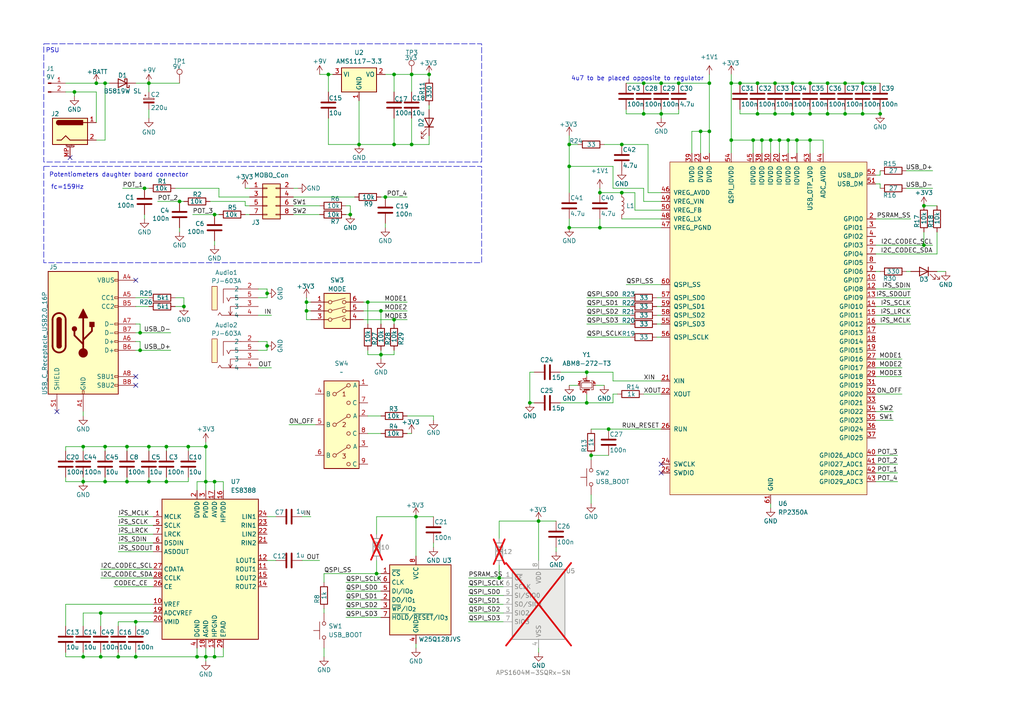
<source format=kicad_sch>
(kicad_sch (version 20250114) (generator "eeschema") (generator_version "9.0")
  (paper "A4")
  (rectangle (start 12.7 48.26) (end 139.7 76.2) (stroke (width 0) (type dash)))
  (rectangle (start 12.7 12.7) (end 139.7 46.99) (stroke (width 0) (type dash)))
  (text "4u7 to be placed opposite to regulator" (at 184.912 22.86 0) (effects (font (size 1.27 1.27))))
  (text "PSU" (at 15.24 14.732 0) (effects (font (size 1.27 1.27))))
  (text "fc=159Hz" (at 19.558 54.356 0) (effects (font (size 1.27 1.27))))
  (text "Potentiometers daughter board connector" (at 14.224 50.8 0) (effects (font (size 1.27 1.27)) (justify left)))
  (junction (at 59.69 139.7))
  (junction (at 88.9 90.17))
  (junction (at 245.11 33.02))
  (junction (at 62.23 190.5))
  (junction (at 245.11 24.13))
  (junction (at 101.6 62.23))
  (junction (at 224.79 33.02))
  (junction (at 54.61 129.54))
  (junction (at 212.09 40.64))
  (junction (at 24.13 139.7))
  (junction (at 111.76 57.15))
  (junction (at 43.18 129.54))
  (junction (at 39.37 190.5))
  (junction (at 48.26 129.54))
  (junction (at 229.87 33.02))
  (junction (at 43.18 24.13))
  (junction (at 114.3 41.91))
  (junction (at 223.52 40.64))
  (junction (at 48.26 139.7))
  (junction (at 165.1 66.04))
  (junction (at 234.95 40.64))
  (junction (at 226.06 40.64))
  (junction (at 77.47 100.33))
  (junction (at 27.94 24.13))
  (junction (at 119.38 21.59))
  (junction (at 62.23 139.7))
  (junction (at 41.91 54.61))
  (junction (at 224.79 24.13))
  (junction (at 250.19 33.02))
  (junction (at 95.25 21.59))
  (junction (at 36.83 129.54))
  (junction (at 173.99 55.88))
  (junction (at 196.85 24.13))
  (junction (at 170.18 116.84))
  (junction (at 267.97 71.12))
  (junction (at 205.74 24.13))
  (junction (at 36.83 139.7))
  (junction (at 110.49 90.17))
  (junction (at 24.13 129.54))
  (junction (at 180.34 41.91))
  (junction (at 29.21 190.5))
  (junction (at 156.21 151.13))
  (junction (at 43.18 139.7))
  (junction (at 165.1 48.26))
  (junction (at 214.63 24.13))
  (junction (at 231.14 40.64))
  (junction (at 124.46 21.59))
  (junction (at 234.95 33.02))
  (junction (at 57.15 190.5))
  (junction (at 144.78 167.64))
  (junction (at 88.9 87.63))
  (junction (at 110.49 102.87))
  (junction (at 173.99 66.04))
  (junction (at 30.48 129.54))
  (junction (at 229.87 24.13))
  (junction (at 186.69 24.13))
  (junction (at 171.45 132.08))
  (junction (at 228.6 40.64))
  (junction (at 104.14 41.91))
  (junction (at 240.03 33.02))
  (junction (at 219.71 33.02))
  (junction (at 62.23 62.23))
  (junction (at 176.53 124.46))
  (junction (at 39.37 180.34))
  (junction (at 186.69 33.02))
  (junction (at 234.95 24.13))
  (junction (at 59.69 129.54))
  (junction (at 59.69 190.5))
  (junction (at 220.98 40.64))
  (junction (at 52.07 58.42))
  (junction (at 205.74 38.1))
  (junction (at 180.34 55.88))
  (junction (at 40.64 101.6))
  (junction (at 170.18 107.95))
  (junction (at 255.27 33.02))
  (junction (at 30.48 139.7))
  (junction (at 114.3 92.71))
  (junction (at 120.65 149.86))
  (junction (at 24.13 190.5))
  (junction (at 53.34 88.9))
  (junction (at 191.77 24.13))
  (junction (at 30.48 24.13))
  (junction (at 212.09 24.13))
  (junction (at 114.3 21.59))
  (junction (at 21.59 26.67))
  (junction (at 34.29 190.5))
  (junction (at 240.03 24.13))
  (junction (at 29.21 177.8))
  (junction (at 106.68 87.63))
  (junction (at 191.77 33.02))
  (junction (at 77.47 85.09))
  (junction (at 165.1 41.91))
  (junction (at 40.64 96.52))
  (junction (at 109.22 166.37))
  (junction (at 218.44 40.64))
  (junction (at 203.2 38.1))
  (junction (at 250.19 24.13))
  (junction (at 153.67 116.84))
  (junction (at 119.38 41.91))
  (junction (at 267.97 59.69))
  (junction (at 219.71 24.13))
  (no_connect (at 20.32 45.72))
  (no_connect (at 191.77 137.16))
  (no_connect (at 191.77 134.62))
  (no_connect (at 16.51 119.38))
  (no_connect (at 39.37 109.22))
  (no_connect (at 39.37 81.28))
  (no_connect (at 39.37 111.76))
  (wire (pts (xy 29.21 165.1) (xy 44.45 165.1)))
  (wire (pts (xy 54.61 129.54) (xy 48.26 129.54)))
  (wire (pts (xy 214.63 33.02) (xy 219.71 33.02)))
  (wire (pts (xy 93.98 166.37) (xy 109.22 166.37)))
  (wire (pts (xy 24.13 129.54) (xy 24.13 130.81)))
  (wire (pts (xy 238.76 44.45) (xy 238.76 40.64)))
  (wire (pts (xy 124.46 21.59) (xy 119.38 21.59)))
  (wire (pts (xy 50.8 86.36) (xy 53.34 86.36)))
  (wire (pts (xy 43.18 26.67) (xy 43.18 24.13)))
  (wire (pts (xy 74.93 86.36) (xy 77.47 86.36)))
  (wire (pts (xy 165.1 63.5) (xy 165.1 66.04)))
  (wire (pts (xy 170.18 91.44) (xy 182.88 91.44)))
  (wire (pts (xy 177.8 114.3) (xy 177.8 116.84)))
  (wire (pts (xy 101.6 59.69) (xy 100.33 59.69)))
  (wire (pts (xy 39.37 24.13) (xy 43.18 24.13)))
  (wire (pts (xy 88.9 87.63) (xy 90.17 87.63)))
  (wire (pts (xy 19.05 190.5) (xy 24.13 190.5)))
  (wire (pts (xy 34.29 157.48) (xy 44.45 157.48)))
  (wire (pts (xy 34.29 154.94) (xy 44.45 154.94)))
  (wire (pts (xy 181.61 33.02) (xy 186.69 33.02)))
  (wire (pts (xy 254 53.34) (xy 255.27 53.34)))
  (wire (pts (xy 161.29 151.13) (xy 156.21 151.13)))
  (wire (pts (xy 109.22 149.86) (xy 120.65 149.86)))
  (wire (pts (xy 191.77 24.13) (xy 196.85 24.13)))
  (wire (pts (xy 224.79 33.02) (xy 224.79 31.75)))
  (wire (pts (xy 259.08 119.38) (xy 254 119.38)))
  (wire (pts (xy 177.8 48.26) (xy 165.1 48.26)))
  (wire (pts (xy 50.8 54.61) (xy 63.5 54.61)))
  (wire (pts (xy 205.74 38.1) (xy 205.74 44.45)))
  (wire (pts (xy 54.61 130.81) (xy 54.61 129.54)))
  (wire (pts (xy 36.83 129.54) (xy 36.83 130.81)))
  (wire (pts (xy 59.69 128.27) (xy 59.69 129.54)))
  (wire (pts (xy 172.72 111.76) (xy 175.26 111.76)))
  (wire (pts (xy 85.09 59.69) (xy 92.71 59.69)))
  (wire (pts (xy 214.63 24.13) (xy 219.71 24.13)))
  (wire (pts (xy 63.5 54.61) (xy 63.5 57.15)))
  (wire (pts (xy 54.61 138.43) (xy 54.61 139.7)))
  (wire (pts (xy 153.67 107.95) (xy 153.67 116.84)))
  (wire (pts (xy 219.71 33.02) (xy 224.79 33.02)))
  (wire (pts (xy 229.87 33.02) (xy 229.87 31.75)))
  (wire (pts (xy 53.34 58.42) (xy 52.07 58.42)))
  (wire (pts (xy 48.26 139.7) (xy 48.26 138.43)))
  (wire (pts (xy 223.52 40.64) (xy 223.52 44.45)))
  (wire (pts (xy 74.93 106.68) (xy 78.74 106.68)))
  (wire (pts (xy 74.93 91.44) (xy 78.74 91.44)))
  (wire (pts (xy 267.97 59.69) (xy 271.78 59.69)))
  (wire (pts (xy 144.78 151.13) (xy 144.78 156.21)))
  (wire (pts (xy 104.14 29.21) (xy 104.14 41.91)))
  (wire (pts (xy 101.6 59.69) (xy 101.6 62.23)))
  (wire (pts (xy 262.89 49.53) (xy 270.51 49.53)))
  (wire (pts (xy 262.89 54.61) (xy 270.51 54.61)))
  (wire (pts (xy 125.73 149.86) (xy 120.65 149.86)))
  (wire (pts (xy 177.8 114.3) (xy 179.07 114.3)))
  (wire (pts (xy 231.14 40.64) (xy 228.6 40.64)))
  (wire (pts (xy 110.49 90.17) (xy 118.11 90.17)))
  (wire (pts (xy 39.37 190.5) (xy 39.37 189.23)))
  (wire (pts (xy 104.14 41.91) (xy 114.3 41.91)))
  (wire (pts (xy 181.61 82.55) (xy 191.77 82.55)))
  (wire (pts (xy 59.69 139.7) (xy 59.69 142.24)))
  (wire (pts (xy 224.79 24.13) (xy 229.87 24.13)))
  (wire (pts (xy 24.13 190.5) (xy 29.21 190.5)))
  (wire (pts (xy 106.68 120.65) (xy 110.49 120.65)))
  (wire (pts (xy 109.22 166.37) (xy 110.49 166.37)))
  (wire (pts (xy 170.18 86.36) (xy 182.88 86.36)))
  (wire (pts (xy 109.22 149.86) (xy 109.22 154.94)))
  (wire (pts (xy 30.48 139.7) (xy 36.83 139.7)))
  (wire (pts (xy 114.3 101.6) (xy 114.3 102.87)))
  (wire (pts (xy 250.19 33.02) (xy 250.19 31.75)))
  (wire (pts (xy 43.18 24.13) (xy 52.07 24.13)))
  (wire (pts (xy 186.69 58.42) (xy 186.69 54.61)))
  (wire (pts (xy 267.97 67.31) (xy 267.97 71.12)))
  (wire (pts (xy 234.95 33.02) (xy 234.95 31.75)))
  (wire (pts (xy 191.77 33.02) (xy 186.69 33.02)))
  (wire (pts (xy 95.25 41.91) (xy 104.14 41.91)))
  (wire (pts (xy 95.25 34.29) (xy 95.25 41.91)))
  (wire (pts (xy 234.95 40.64) (xy 231.14 40.64)))
  (wire (pts (xy 219.71 33.02) (xy 219.71 31.75)))
  (wire (pts (xy 226.06 40.64) (xy 223.52 40.64)))
  (wire (pts (xy 19.05 190.5) (xy 19.05 189.23)))
  (wire (pts (xy 95.25 21.59) (xy 96.52 21.59)))
  (wire (pts (xy 34.29 180.34) (xy 39.37 180.34)))
  (wire (pts (xy 41.91 54.61) (xy 35.56 54.61)))
  (wire (pts (xy 77.47 101.6) (xy 77.47 100.33)))
  (wire (pts (xy 124.46 30.48) (xy 124.46 31.75)))
  (wire (pts (xy 57.15 139.7) (xy 59.69 139.7)))
  (wire (pts (xy 165.1 111.76) (xy 167.64 111.76)))
  (wire (pts (xy 254 109.22) (xy 261.62 109.22)))
  (wire (pts (xy 39.37 99.06) (xy 40.64 99.06)))
  (wire (pts (xy 59.69 187.96) (xy 59.69 190.5)))
  (wire (pts (xy 135.89 170.18) (xy 146.05 170.18)))
  (wire (pts (xy 240.03 33.02) (xy 240.03 31.75)))
  (wire (pts (xy 118.11 120.65) (xy 125.73 120.65)))
  (wire (pts (xy 176.53 124.46) (xy 191.77 124.46)))
  (wire (pts (xy 34.29 160.02) (xy 44.45 160.02)))
  (wire (pts (xy 153.67 107.95) (xy 154.94 107.95)))
  (wire (pts (xy 200.66 44.45) (xy 200.66 38.1)))
  (wire (pts (xy 245.11 33.02) (xy 250.19 33.02)))
  (wire (pts (xy 119.38 41.91) (xy 124.46 41.91)))
  (wire (pts (xy 264.16 78.74) (xy 262.89 78.74)))
  (wire (pts (xy 119.38 34.29) (xy 119.38 41.91)))
  (wire (pts (xy 62.23 71.12) (xy 62.23 69.85)))
  (wire (pts (xy 218.44 40.64) (xy 218.44 44.45)))
  (wire (pts (xy 125.73 157.48) (xy 125.73 158.75)))
  (wire (pts (xy 77.47 149.86) (xy 80.01 149.86)))
  (wire (pts (xy 43.18 138.43) (xy 43.18 139.7)))
  (wire (pts (xy 144.78 163.83) (xy 144.78 167.64)))
  (wire (pts (xy 114.3 102.87) (xy 110.49 102.87)))
  (wire (pts (xy 271.78 73.66) (xy 271.78 67.31)))
  (wire (pts (xy 39.37 93.98) (xy 40.64 93.98)))
  (wire (pts (xy 165.1 48.26) (xy 165.1 55.88)))
  (wire (pts (xy 29.21 190.5) (xy 34.29 190.5)))
  (wire (pts (xy 100.33 176.53) (xy 110.49 176.53)))
  (wire (pts (xy 190.5 86.36) (xy 191.77 86.36)))
  (wire (pts (xy 156.21 151.13) (xy 156.21 162.56)))
  (wire (pts (xy 34.29 181.61) (xy 34.29 180.34)))
  (wire (pts (xy 254 137.16) (xy 260.35 137.16)))
  (wire (pts (xy 234.95 24.13) (xy 240.03 24.13)))
  (wire (pts (xy 255.27 53.34) (xy 255.27 54.61)))
  (wire (pts (xy 48.26 129.54) (xy 48.26 130.81)))
  (wire (pts (xy 39.37 86.36) (xy 43.18 86.36)))
  (wire (pts (xy 180.34 55.88) (xy 184.15 55.88)))
  (wire (pts (xy 43.18 31.75) (xy 43.18 34.29)))
  (wire (pts (xy 205.74 38.1) (xy 205.74 24.13)))
  (wire (pts (xy 71.12 59.69) (xy 72.39 59.69)))
  (wire (pts (xy 43.18 54.61) (xy 41.91 54.61)))
  (wire (pts (xy 88.9 90.17) (xy 90.17 90.17)))
  (wire (pts (xy 93.98 176.53) (xy 93.98 177.8)))
  (wire (pts (xy 177.8 110.49) (xy 177.8 107.95)))
  (wire (pts (xy 184.15 60.96) (xy 184.15 55.88)))
  (wire (pts (xy 120.65 149.86) (xy 120.65 161.29)))
  (wire (pts (xy 88.9 92.71) (xy 90.17 92.71)))
  (wire (pts (xy 212.09 21.59) (xy 212.09 24.13)))
  (wire (pts (xy 170.18 97.79) (xy 182.88 97.79)))
  (wire (pts (xy 267.97 71.12) (xy 270.51 71.12)))
  (wire (pts (xy 29.21 190.5) (xy 29.21 189.23)))
  (wire (pts (xy 59.69 190.5) (xy 62.23 190.5)))
  (wire (pts (xy 186.69 24.13) (xy 191.77 24.13)))
  (wire (pts (xy 170.18 116.84) (xy 177.8 116.84)))
  (wire (pts (xy 196.85 33.02) (xy 191.77 33.02)))
  (wire (pts (xy 64.77 139.7) (xy 62.23 139.7)))
  (wire (pts (xy 106.68 87.63) (xy 106.68 93.98)))
  (wire (pts (xy 63.5 57.15) (xy 72.39 57.15)))
  (wire (pts (xy 24.13 139.7) (xy 30.48 139.7)))
  (wire (pts (xy 62.23 187.96) (xy 62.23 190.5)))
  (wire (pts (xy 114.3 34.29) (xy 114.3 41.91)))
  (wire (pts (xy 200.66 38.1) (xy 203.2 38.1)))
  (wire (pts (xy 203.2 38.1) (xy 205.74 38.1)))
  (wire (pts (xy 111.76 21.59) (xy 114.3 21.59)))
  (wire (pts (xy 39.37 180.34) (xy 44.45 180.34)))
  (wire (pts (xy 191.77 31.75) (xy 191.77 33.02)))
  (wire (pts (xy 124.46 41.91) (xy 124.46 39.37)))
  (wire (pts (xy 254 50.8) (xy 255.27 50.8)))
  (wire (pts (xy 196.85 31.75) (xy 196.85 33.02)))
  (wire (pts (xy 57.15 142.24) (xy 57.15 139.7)))
  (wire (pts (xy 175.26 41.91) (xy 180.34 41.91)))
  (wire (pts (xy 27.94 24.13) (xy 30.48 24.13)))
  (wire (pts (xy 234.95 40.64) (xy 234.95 44.45)))
  (wire (pts (xy 254 132.08) (xy 260.35 132.08)))
  (wire (pts (xy 186.69 114.3) (xy 191.77 114.3)))
  (wire (pts (xy 19.05 138.43) (xy 19.05 139.7)))
  (wire (pts (xy 74.93 99.06) (xy 77.47 99.06)))
  (wire (pts (xy 77.47 99.06) (xy 77.47 100.33)))
  (wire (pts (xy 254 139.7) (xy 260.35 139.7)))
  (wire (pts (xy 190.5 97.79) (xy 191.77 97.79)))
  (wire (pts (xy 39.37 88.9) (xy 43.18 88.9)))
  (wire (pts (xy 114.3 92.71) (xy 114.3 93.98)))
  (wire (pts (xy 59.69 129.54) (xy 54.61 129.54)))
  (wire (pts (xy 24.13 177.8) (xy 29.21 177.8)))
  (wire (pts (xy 181.61 31.75) (xy 181.61 33.02)))
  (wire (pts (xy 177.8 107.95) (xy 170.18 107.95)))
  (wire (pts (xy 100.33 168.91) (xy 110.49 168.91)))
  (wire (pts (xy 240.03 33.02) (xy 245.11 33.02)))
  (wire (pts (xy 41.91 63.5) (xy 41.91 62.23)))
  (wire (pts (xy 135.89 175.26) (xy 146.05 175.26)))
  (wire (pts (xy 111.76 57.15) (xy 118.11 57.15)))
  (wire (pts (xy 85.09 57.15) (xy 102.87 57.15)))
  (wire (pts (xy 24.13 139.7) (xy 24.13 138.43)))
  (wire (pts (xy 119.38 21.59) (xy 119.38 26.67)))
  (wire (pts (xy 62.23 139.7) (xy 59.69 139.7)))
  (wire (pts (xy 19.05 175.26) (xy 44.45 175.26)))
  (wire (pts (xy 124.46 22.86) (xy 124.46 21.59)))
  (wire (pts (xy 71.12 62.23) (xy 72.39 62.23)))
  (wire (pts (xy 181.61 24.13) (xy 186.69 24.13)))
  (wire (pts (xy 229.87 33.02) (xy 234.95 33.02)))
  (wire (pts (xy 100.33 179.07) (xy 110.49 179.07)))
  (wire (pts (xy 100.33 171.45) (xy 110.49 171.45)))
  (wire (pts (xy 173.99 55.88) (xy 180.34 55.88)))
  (wire (pts (xy 187.96 41.91) (xy 180.34 41.91)))
  (wire (pts (xy 62.23 190.5) (xy 64.77 190.5)))
  (wire (pts (xy 110.49 93.98) (xy 110.49 90.17)))
  (wire (pts (xy 255.27 78.74) (xy 254 78.74)))
  (wire (pts (xy 165.1 66.04) (xy 173.99 66.04)))
  (wire (pts (xy 110.49 102.87) (xy 110.49 104.14)))
  (wire (pts (xy 261.62 114.3) (xy 254 114.3)))
  (wire (pts (xy 114.3 21.59) (xy 119.38 21.59)))
  (wire (pts (xy 114.3 41.91) (xy 119.38 41.91)))
  (wire (pts (xy 29.21 167.64) (xy 44.45 167.64)))
  (wire (pts (xy 245.11 24.13) (xy 250.19 24.13)))
  (wire (pts (xy 219.71 24.13) (xy 224.79 24.13)))
  (wire (pts (xy 77.47 83.82) (xy 77.47 85.09)))
  (wire (pts (xy 171.45 132.08) (xy 171.45 133.35)))
  (wire (pts (xy 177.8 110.49) (xy 191.77 110.49)))
  (wire (pts (xy 254 71.12) (xy 267.97 71.12)))
  (wire (pts (xy 144.78 151.13) (xy 156.21 151.13)))
  (wire (pts (xy 36.83 139.7) (xy 43.18 139.7)))
  (wire (pts (xy 34.29 190.5) (xy 34.29 189.23)))
  (wire (pts (xy 191.77 60.96) (xy 184.15 60.96)))
  (wire (pts (xy 255.27 49.53) (xy 255.27 50.8)))
  (wire (pts (xy 170.18 114.3) (xy 170.18 116.84)))
  (wire (pts (xy 43.18 129.54) (xy 43.18 130.81)))
  (wire (pts (xy 212.09 40.64) (xy 212.09 24.13)))
  (wire (pts (xy 71.12 54.61) (xy 72.39 54.61)))
  (wire (pts (xy 80.01 162.56) (xy 77.47 162.56)))
  (wire (pts (xy 50.8 88.9) (xy 53.34 88.9)))
  (wire (pts (xy 162.56 107.95) (xy 170.18 107.95)))
  (wire (pts (xy 135.89 177.8) (xy 146.05 177.8)))
  (wire (pts (xy 173.99 63.5) (xy 173.99 66.04)))
  (wire (pts (xy 19.05 26.67) (xy 21.59 26.67)))
  (wire (pts (xy 109.22 162.56) (xy 109.22 166.37)))
  (wire (pts (xy 34.29 149.86) (xy 44.45 149.86)))
  (wire (pts (xy 254 106.68) (xy 261.62 106.68)))
  (wire (pts (xy 191.77 55.88) (xy 187.96 55.88)))
  (wire (pts (xy 33.02 170.18) (xy 44.45 170.18)))
  (wire (pts (xy 27.94 26.67) (xy 21.59 26.67)))
  (wire (pts (xy 173.99 54.61) (xy 173.99 55.88)))
  (wire (pts (xy 36.83 139.7) (xy 36.83 138.43)))
  (wire (pts (xy 34.29 190.5) (xy 39.37 190.5)))
  (wire (pts (xy 226.06 40.64) (xy 226.06 44.45)))
  (wire (pts (xy 264.16 86.36) (xy 254 86.36)))
  (wire (pts (xy 34.29 152.4) (xy 44.45 152.4)))
  (wire (pts (xy 114.3 92.71) (xy 118.11 92.71)))
  (wire (pts (xy 19.05 130.81) (xy 19.05 129.54)))
  (wire (pts (xy 135.89 167.64) (xy 144.78 167.64)))
  (wire (pts (xy 19.05 129.54) (xy 24.13 129.54)))
  (wire (pts (xy 264.16 88.9) (xy 254 88.9)))
  (wire (pts (xy 190.5 88.9) (xy 191.77 88.9)))
  (wire (pts (xy 83.82 123.19) (xy 91.44 123.19)))
  (wire (pts (xy 106.68 125.73) (xy 110.49 125.73)))
  (wire (pts (xy 180.34 63.5) (xy 191.77 63.5)))
  (wire (pts (xy 105.41 92.71) (xy 114.3 92.71)))
  (wire (pts (xy 59.69 190.5) (xy 59.69 191.77)))
  (wire (pts (xy 135.89 180.34) (xy 146.05 180.34)))
  (wire (pts (xy 153.67 116.84) (xy 154.94 116.84)))
  (wire (pts (xy 234.95 33.02) (xy 240.03 33.02)))
  (wire (pts (xy 27.94 40.64) (xy 30.48 40.64)))
  (wire (pts (xy 205.74 24.13) (xy 205.74 21.59)))
  (wire (pts (xy 88.9 86.36) (xy 88.9 87.63)))
  (wire (pts (xy 220.98 40.64) (xy 220.98 44.45)))
  (wire (pts (xy 27.94 24.13) (xy 19.05 24.13)))
  (wire (pts (xy 30.48 129.54) (xy 30.48 130.81)))
  (wire (pts (xy 93.98 166.37) (xy 93.98 168.91)))
  (wire (pts (xy 165.1 39.37) (xy 165.1 41.91)))
  (wire (pts (xy 264.16 63.5) (xy 254 63.5)))
  (wire (pts (xy 156.21 189.23) (xy 156.21 187.96)))
  (wire (pts (xy 191.77 33.02) (xy 191.77 34.29)))
  (wire (pts (xy 105.41 87.63) (xy 106.68 87.63)))
  (wire (pts (xy 63.5 62.23) (xy 62.23 62.23)))
  (wire (pts (xy 245.11 33.02) (xy 245.11 31.75)))
  (wire (pts (xy 106.68 102.87) (xy 110.49 102.87)))
  (wire (pts (xy 71.12 58.42) (xy 71.12 59.69)))
  (wire (pts (xy 111.76 66.04) (xy 111.76 64.77)))
  (wire (pts (xy 39.37 96.52) (xy 40.64 96.52)))
  (wire (pts (xy 223.52 40.64) (xy 220.98 40.64)))
  (wire (pts (xy 229.87 24.13) (xy 234.95 24.13)))
  (wire (pts (xy 54.61 139.7) (xy 48.26 139.7)))
  (wire (pts (xy 74.93 101.6) (xy 77.47 101.6)))
  (wire (pts (xy 114.3 21.59) (xy 114.3 26.67)))
  (wire (pts (xy 43.18 139.7) (xy 48.26 139.7)))
  (wire (pts (xy 74.93 83.82) (xy 77.47 83.82)))
  (wire (pts (xy 85.09 62.23) (xy 92.71 62.23)))
  (wire (pts (xy 106.68 87.63) (xy 118.11 87.63)))
  (wire (pts (xy 190.5 91.44) (xy 191.77 91.44)))
  (wire (pts (xy 228.6 40.64) (xy 226.06 40.64)))
  (wire (pts (xy 212.09 44.45) (xy 212.09 40.64)))
  (wire (pts (xy 64.77 187.96) (xy 64.77 190.5)))
  (wire (pts (xy 228.6 40.64) (xy 228.6 44.45)))
  (wire (pts (xy 52.07 67.31) (xy 52.07 66.04)))
  (wire (pts (xy 57.15 190.5) (xy 59.69 190.5)))
  (wire (pts (xy 36.83 129.54) (xy 43.18 129.54)))
  (wire (pts (xy 43.18 129.54) (xy 48.26 129.54)))
  (wire (pts (xy 52.07 58.42) (xy 45.72 58.42)))
  (wire (pts (xy 250.19 24.13) (xy 255.27 24.13)))
  (wire (pts (xy 170.18 93.98) (xy 182.88 93.98)))
  (wire (pts (xy 255.27 33.02) (xy 255.27 31.75)))
  (wire (pts (xy 171.45 143.51) (xy 171.45 146.05)))
  (wire (pts (xy 120.65 186.69) (xy 120.65 187.96)))
  (wire (pts (xy 170.18 107.95) (xy 170.18 109.22)))
  (wire (pts (xy 24.13 119.38) (xy 24.13 120.65)))
  (wire (pts (xy 196.85 24.13) (xy 205.74 24.13)))
  (wire (pts (xy 224.79 33.02) (xy 229.87 33.02)))
  (wire (pts (xy 186.69 54.61) (xy 177.8 54.61)))
  (wire (pts (xy 19.05 181.61) (xy 19.05 175.26)))
  (wire (pts (xy 223.52 146.05) (xy 223.52 147.32)))
  (wire (pts (xy 110.49 101.6) (xy 110.49 102.87)))
  (wire (pts (xy 170.18 88.9) (xy 182.88 88.9)))
  (wire (pts (xy 30.48 138.43) (xy 30.48 139.7)))
  (wire (pts (xy 19.05 139.7) (xy 24.13 139.7)))
  (wire (pts (xy 254 104.14) (xy 261.62 104.14)))
  (wire (pts (xy 87.63 162.56) (xy 92.71 162.56)))
  (wire (pts (xy 64.77 142.24) (xy 64.77 139.7)))
  (wire (pts (xy 24.13 190.5) (xy 24.13 189.23)))
  (wire (pts (xy 191.77 58.42) (xy 186.69 58.42)))
  (wire (pts (xy 177.8 54.61) (xy 177.8 48.26)))
  (wire (pts (xy 85.09 54.61) (xy 86.36 54.61)))
  (wire (pts (xy 62.23 139.7) (xy 62.23 142.24)))
  (wire (pts (xy 59.69 129.54) (xy 59.69 139.7)))
  (wire (pts (xy 214.63 33.02) (xy 214.63 31.75)))
  (wire (pts (xy 238.76 40.64) (xy 234.95 40.64)))
  (wire (pts (xy 30.48 24.13) (xy 31.75 24.13)))
  (wire (pts (xy 135.89 172.72) (xy 146.05 172.72)))
  (wire (pts (xy 165.1 41.91) (xy 165.1 48.26)))
  (wire (pts (xy 92.71 21.59) (xy 95.25 21.59)))
  (wire (pts (xy 218.44 40.64) (xy 212.09 40.64)))
  (wire (pts (xy 106.68 101.6) (xy 106.68 102.87)))
  (wire (pts (xy 254 73.66) (xy 271.78 73.66)))
  (wire (pts (xy 39.37 180.34) (xy 39.37 181.61)))
  (wire (pts (xy 161.29 158.75) (xy 161.29 160.02)))
  (wire (pts (xy 259.08 121.92) (xy 254 121.92)))
  (wire (pts (xy 101.6 62.23) (xy 100.33 62.23)))
  (wire (pts (xy 105.41 90.17) (xy 110.49 90.17)))
  (wire (pts (xy 39.37 190.5) (xy 57.15 190.5)))
  (wire (pts (xy 212.09 24.13) (xy 214.63 24.13)))
  (wire (pts (xy 190.5 93.98) (xy 191.77 93.98)))
  (wire (pts (xy 24.13 181.61) (xy 24.13 177.8)))
  (wire (pts (xy 60.96 58.42) (xy 71.12 58.42)))
  (wire (pts (xy 95.25 21.59) (xy 95.25 26.67)))
  (wire (pts (xy 39.37 101.6) (xy 40.64 101.6)))
  (wire (pts (xy 118.11 125.73) (xy 119.38 125.73)))
  (wire (pts (xy 110.49 57.15) (xy 111.76 57.15)))
  (wire (pts (xy 250.19 33.02) (xy 255.27 33.02)))
  (wire (pts (xy 165.1 41.91) (xy 167.64 41.91)))
  (wire (pts (xy 40.64 96.52) (xy 49.53 96.52)))
  (wire (pts (xy 240.03 24.13) (xy 245.11 24.13)))
  (wire (pts (xy 57.15 190.5) (xy 57.15 187.96)))
  (wire (pts (xy 220.98 40.64) (xy 218.44 40.64)))
  (wire (pts (xy 88.9 90.17) (xy 88.9 92.71)))
  (wire (pts (xy 171.45 124.46) (xy 176.53 124.46)))
  (wire (pts (xy 30.48 129.54) (xy 36.83 129.54)))
  (wire (pts (xy 100.33 173.99) (xy 110.49 173.99)))
  (wire (pts (xy 187.96 55.88) (xy 187.96 41.91)))
  (wire (pts (xy 27.94 35.56) (xy 27.94 26.67)))
  (wire (pts (xy 264.16 83.82) (xy 254 83.82)))
  (wire (pts (xy 254 134.62) (xy 260.35 134.62)))
  (wire (pts (xy 186.69 33.02) (xy 186.69 31.75)))
  (wire (pts (xy 53.34 86.36) (xy 53.34 88.9)))
  (wire (pts (xy 77.47 86.36) (xy 77.47 85.09)))
  (wire (pts (xy 264.16 91.44) (xy 254 91.44)))
  (wire (pts (xy 29.21 177.8) (xy 44.45 177.8)))
  (wire (pts (xy 173.99 66.04) (xy 191.77 66.04)))
  (wire (pts (xy 203.2 38.1) (xy 203.2 44.45)))
  (wire (pts (xy 88.9 87.63) (xy 88.9 90.17)))
  (wire (pts (xy 40.64 99.06) (xy 40.64 101.6)))
  (wire (pts (xy 93.98 187.96) (xy 93.98 190.5)))
  (wire (pts (xy 125.73 120.65) (xy 125.73 121.92)))
  (wire (pts (xy 231.14 40.64) (xy 231.14 44.45)))
  (wire (pts (xy 24.13 129.54) (xy 30.48 129.54)))
  (wire (pts (xy 274.32 78.74) (xy 271.78 78.74)))
  (wire (pts (xy 62.23 62.23) (xy 55.88 62.23)))
  (wire (pts (xy 162.56 116.84) (xy 170.18 116.84)))
  (wire (pts (xy 144.78 167.64) (xy 146.05 167.64)))
  (wire (pts (xy 30.48 24.13) (xy 30.48 40.64)))
  (wire (pts (xy 176.53 132.08) (xy 171.45 132.08)))
  (wire (pts (xy 40.64 101.6) (xy 49.53 101.6)))
  (wire (pts (xy 29.21 177.8) (xy 29.21 181.61)))
  (wire (pts (xy 21.59 26.67) (xy 21.59 27.94)))
  (wire (pts (xy 264.16 93.98) (xy 254 93.98)))
  (wire (pts (xy 40.64 93.98) (xy 40.64 96.52)))
  (wire (pts (xy 87.63 149.86) (xy 90.17 149.86)))
  (label "QSPI_SD0" (at 170.18 86.36 0))
  (label "MODE3" (at 118.11 92.71 180))
  (label "QSPI_SD3" (at 135.89 180.34 0))
  (label "MODE2" (at 118.11 90.17 180))
  (label "I^{2}S_SCLK" (at 34.29 152.4 0))
  (label "RUN_RESET" (at 180.34 124.46 0))
  (label "POT_3" (at 55.88 62.23 0))
  (label "QSPI_SCLK" (at 100.33 168.91 0))
  (label "I^{2}S_SDIN" (at 34.29 157.48 0))
  (label "PSRAM_SS" (at 135.89 167.64 0))
  (label "QSPI_SS" (at 181.61 82.55 0))
  (label "ON_OFF" (at 83.82 123.19 0))
  (label "QSPI_SD1" (at 170.18 88.9 0))
  (label "CODEC_CE" (at 33.02 170.18 0))
  (label "SW2" (at 259.08 119.38 180))
  (label "POT_1" (at 260.35 137.16 180))
  (label "POT_4" (at 260.35 139.7 180))
  (label "OUT" (at 78.74 106.68 180))
  (label "QSPI_SD2" (at 100.33 176.53 0))
  (label "IN" (at 90.17 149.86 180))
  (label "I2C_CODEC_SCL" (at 270.51 71.12 180))
  (label "MODE2" (at 261.62 106.68 180))
  (label "I^{2}S_SDOUT" (at 34.29 160.02 0))
  (label "XIN" (at 186.69 110.49 0))
  (label "I^{2}S_SDOUT" (at 264.16 86.36 180))
  (label "I^{2}S_SDIN" (at 264.16 83.82 180))
  (label "I^{2}S_MCLK" (at 264.16 93.98 180))
  (label "XOUT" (at 186.69 114.3 0))
  (label "I^{2}S_LRCK" (at 264.16 91.44 180))
  (label "OUT" (at 92.71 162.56 180))
  (label "SW1" (at 88.9 59.69 180))
  (label "POT_2" (at 260.35 134.62 180))
  (label "QSPI_SCLK" (at 135.89 170.18 0))
  (label "POT_1" (at 35.56 54.61 0))
  (label "QSPI_SD3" (at 170.18 93.98 0))
  (label "POT_4" (at 118.11 57.15 180))
  (label "QSPI_SD1" (at 135.89 175.26 0))
  (label "QSPI_SCLK" (at 170.18 97.79 0))
  (label "USB_D-" (at 270.51 54.61 180))
  (label "MODE1" (at 118.11 87.63 180))
  (label "USB_D+" (at 270.51 49.53 180))
  (label "POT_2" (at 45.72 58.42 0))
  (label "I^{2}S_MCLK" (at 34.29 149.86 0))
  (label "ON_OFF" (at 261.62 114.3 180))
  (label "USB_D+" (at 49.53 101.6 180))
  (label "QSPI_SD1" (at 100.33 173.99 0))
  (label "QSPI_SS" (at 93.98 166.37 0))
  (label "MODE1" (at 261.62 104.14 180))
  (label "QSPI_SD0" (at 100.33 171.45 0))
  (label "USB_D-" (at 49.53 96.52 180))
  (label "I^{2}S_SCLK" (at 264.16 88.9 180))
  (label "QSPI_SD3" (at 100.33 179.07 0))
  (label "POT_3" (at 260.35 132.08 180))
  (label "QSPI_SD2" (at 170.18 91.44 0))
  (label "I2C_CODEC_SDA" (at 270.51 73.66 180))
  (label "QSPI_SD0" (at 135.89 172.72 0))
  (label "SW2" (at 88.9 62.23 180))
  (label "PSRAM_SS" (at 264.16 63.5 180))
  (label "IN" (at 78.74 91.44 180))
  (label "QSPI_SD2" (at 135.89 177.8 0))
  (label "I^{2}S_LRCK" (at 34.29 154.94 0))
  (label "MODE3" (at 261.62 109.22 180))
  (label "I2C_CODEC_SCL" (at 29.21 165.1 0))
  (label "I2C_CODEC_SDA" (at 29.21 167.64 0))
  (label "SW1" (at 259.08 121.92 180))
  (symbol (lib_id "Device:R") (at 186.69 97.79 270) (mirror x) (unit 1)
    (property "Reference" "R19" (at 180.34 96.774 90) (effects (justify left)))
    (property "Value" "33" (at 185.42 97.79 90) (effects (justify left)))
    (property "Footprint" "Resistor_SMD:R_0402_1005Metric" (effects (hide yes)))
    (property "Description" "Resistor" (effects (hide yes)))
  )
  (symbol (lib_id "power:GND") (at 52.07 67.31 0) (unit 1)
    (property "Reference" "#PWR06" (effects (hide yes)))
    (property "Value" "GND" (at 52.07 71.12 0))
  )
  (symbol (lib_id "Device:R") (at 259.08 54.61 90) (mirror x) (unit 1)
    (property "Reference" "R16" (at 258.064 56.642 90))
    (property "Value" "27" (at 259.08 54.61 90))
    (property "Footprint" "Resistor_SMD:R_0402_1005Metric" (effects (hide yes)))
    (property "Description" "Resistor" (effects (hide yes)))
  )
  (symbol (lib_id "Device:R") (at 114.3 125.73 270) (unit 1)
    (property "Reference" "R4" (at 112.776 123.698 90) (effects (justify left)))
    (property "Value" "10k" (at 112.268 125.73 90) (effects (justify left)))
    (property "Footprint" "Resistor_SMD:R_0402_1005Metric" (effects (hide yes)))
    (property "Description" "Resistor" (effects (hide yes)))
  )
  (symbol (lib_id "Device:C") (at 180.34 45.72 0) (unit 1)
    (property "Reference" "C42" (at 180.594 43.434 0) (effects (justify left)))
    (property "Value" "4.7u" (at 180.594 48.006 0) (effects (justify left)))
    (property "Footprint" "Capacitor_SMD:C_0402_1005Metric" (effects (hide yes)))
  )
  (symbol (lib_id "power:GND") (at 104.14 41.91 0) (unit 1)
    (property "Reference" "#PWR021" (effects (hide yes)))
    (property "Value" "GND" (at 104.14 45.72 0))
  )
  (symbol (lib_id "Regulator_Linear:AMS1117-3.3") (at 104.14 21.59 0) (unit 1)
    (property "Reference" "U2" (at 104.14 15.24 0))
    (property "Value" "AMS1117-3.3" (at 104.14 17.78 0))
    (property "Footprint" "Package_TO_SOT_SMD:SOT-223-3_TabPin2" (effects (hide yes)))
    (property "Datasheet" "http://www.advanced-monolithic.com/pdf/ds1117.pdf" (effects (hide yes)))
    (property "Description" "1A Low Dropout regulator, positive, 3.3V fixed output, SOT-223" (effects (hide yes)))
  )
  (symbol (lib_id "Device:C") (at 125.73 153.67 0) (unit 1)
    (property "Reference" "C21" (at 125.984 151.384 0) (effects (justify left)))
    (property "Value" "100n" (at 125.984 155.956 0) (effects (justify left)))
    (property "Footprint" "Capacitor_SMD:C_0402_1005Metric" (effects (hide yes)))
  )
  (symbol (lib_id "Device:C") (at 240.03 27.94 0) (unit 1)
    (property "Reference" "C36" (at 240.284 25.654 0) (effects (justify left)))
    (property "Value" "100n" (at 240.284 30.226 0) (effects (justify left)))
    (property "Footprint" "Capacitor_SMD:C_0402_1005Metric" (effects (hide yes)))
  )
  (symbol (lib_id "Connector:Barrel_Jack_MountingPin") (at 20.32 38.1 0) (unit 1)
    (property "Reference" "J2" (at 16.002 33.02 0))
    (property "Value" "Barrel_Jack_MountingPin" (effects (hide yes)))
    (property "Footprint" "Connector_BarrelJack:BarrelJack_Horizontal" (effects (hide yes)))
    (property "Description" "DC Barrel Jack with a mounting pin" (effects (hide yes)))
  )
  (symbol (lib_id "power:GND") (at 153.67 116.84 0) (mirror y) (unit 1)
    (property "Reference" "#PWR031" (effects (hide yes)))
    (property "Value" "GND" (at 153.67 120.65 0))
  )
  (symbol (lib_id "Device:C") (at 43.18 134.62 0) (unit 1)
    (property "Reference" "C5" (at 45.212 132.588 0))
    (property "Value" "10u" (at 45.212 136.906 0))
    (property "Footprint" "Capacitor_SMD:C_0603_1608Metric" (effects (hide yes)))
  )
  (symbol (lib_id "Memory_Flash:W25Q128JVS") (at 120.65 173.99 0) (unit 1)
    (property "Reference" "U3" (at 128.27 162.56 0) (effects (justify left)))
    (property "Value" "W25Q128JVS" (at 121.412 185.42 0) (effects (justify left)))
    (property "Footprint" "Package_SO:SOIC-8_5.3x5.3mm_P1.27mm" (effects (hide yes)))
    (property "Datasheet" "https://www.winbond.com/resource-files/w25q128jv_dtr%20revc%2003272018%20plus.pdf" (effects (hide yes)))
    (property "Description" "128Mbit / 16MiB Serial Flash Memory, Standard/Dual/Quad SPI, 2.7-3.6V, SOIC-8" (effects (hide yes)))
  )
  (symbol (lib_id "power:GND") (at 191.77 34.29 0) (mirror y) (unit 1)
    (property "Reference" "#PWR038" (effects (hide yes)))
    (property "Value" "GND" (at 191.77 38.1 0))
  )
  (symbol (lib_id "power:GND") (at 77.47 85.09 90) (mirror x) (unit 1)
    (property "Reference" "#PWR048" (effects (hide yes)))
    (property "Value" "GND" (at 81.28 85.09 0))
  )
  (symbol (lib_id "power:+3.3V") (at 119.38 125.73 0) (unit 1)
    (property "Reference" "#PWR014" (effects (hide yes)))
    (property "Value" "+3V3" (at 119.126 122.428 0))
  )
  (symbol (lib_id "power:GND") (at 53.34 88.9 0) (mirror y) (unit 1)
    (property "Reference" "#PWR050" (effects (hide yes)))
    (property "Value" "GND" (at 53.34 92.71 0))
  )
  (symbol (lib_id "power:+3.3V") (at 267.97 59.69 0) (mirror y) (unit 1)
    (property "Reference" "#PWR043" (effects (hide yes)))
    (property "Value" "+3V3" (at 267.97 55.88 0))
  )
  (symbol (lib_id "AREA_composant:RP2350A-QFN60") (at 223.52 91.44 0) (unit 1)
    (property "Reference" "U6" (at 225.6633 146.05 0) (effects (justify left)))
    (property "Value" "RP2350A" (at 225.6633 148.59 0) (effects (justify left)))
    (property "Footprint" "Package_DFN_QFN:QFN-60-1EP_7x7mm_P0.4mm_EP3.4x3.4mm_ThermalVias" (effects (hide yes)))
  )
  (symbol (lib_id "Switch:SW_DIP_x03") (at 97.79 90.17 0) (unit 1)
    (property "Reference" "SW3" (at 97.79 81.28 0))
    (property "Value" "MODE" (at 97.79 83.82 0))
    (property "Footprint" "Button_Switch_SMD:SW_DIP_SPSTx03_Slide_KingTek_DSHP03TS_W7.62mm_P1.27mm" (effects (hide yes)))
    (property "Description" "3x DIP Switch, Single Pole Single Throw (SPST) switch, small symbol" (effects (hide yes)))
  )
  (symbol (lib_id "Device:C") (at 24.13 134.62 0) (unit 1)
    (property "Reference" "C44" (at 26.162 132.588 0))
    (property "Value" "100n" (at 26.924 136.906 0))
    (property "Footprint" "Capacitor_SMD:C_0402_1005Metric" (effects (hide yes)))
  )
  (symbol (lib_id "power:GND") (at 24.13 120.65 0) (mirror y) (unit 1)
    (property "Reference" "#PWR051" (effects (hide yes)))
    (property "Value" "GND" (at 24.13 124.46 0))
  )
  (symbol (lib_id "Device:C") (at 95.25 30.48 0) (unit 1)
    (property "Reference" "C15" (at 97.282 28.448 0))
    (property "Value" "10u" (at 97.282 32.766 0))
    (property "Footprint" "Capacitor_SMD:C_0603_1608Metric" (effects (hide yes)))
  )
  (symbol (lib_id "Memory_RAM:APS1604M-3SQRx-SN") (at 156.21 175.26 0) (unit 1) (dnp yes)
    (property "Reference" "U5" (at 164.084 165.608 0) (effects (justify left)))
    (property "Value" "APS1604M-3SQRx-SN" (at 143.764 195.072 0) (effects (justify left)))
    (property "Footprint" "Package_SO:SOIC-8_3.9x4.9mm_P1.27mm" (effects (hide yes)))
    (property "Datasheet" "https://www.mouser.com/datasheet/2/1127/APM_PSRAM_QSPI_APS1604M_3SQR_v2_7_PKG-1954896.pdf" (effects (hide yes)))
    (property "Description" "16 Mbit / 2M x 8-bits serial pseudo SRAM MEMORY, up to 133MHz, 2.7-3.6V supply, SOIC-8 (SOP-8)" (effects (hide yes)))
  )
  (symbol (lib_id "power:GND") (at 21.59 27.94 0) (unit 1)
    (property "Reference" "#PWR01" (effects (hide yes)))
    (property "Value" "GND" (at 21.59 31.75 0))
  )
  (symbol (lib_id "power:GND") (at 274.32 78.74 0) (mirror y) (unit 1)
    (property "Reference" "#PWR011" (effects (hide yes)))
    (property "Value" "GND" (at 274.32 82.55 0))
  )
  (symbol (lib_id "Device:C") (at 36.83 134.62 0) (unit 1)
    (property "Reference" "C8" (at 38.862 132.588 0))
    (property "Value" "100n" (at 39.624 136.906 0))
    (property "Footprint" "Capacitor_SMD:C_0402_1005Metric" (effects (hide yes)))
  )
  (symbol (lib_id "power:GND") (at 165.1 66.04 0) (mirror y) (unit 1)
    (property "Reference" "#PWR046" (effects (hide yes)))
    (property "Value" "GND" (at 165.1 69.85 0))
  )
  (symbol (lib_id "Device:R") (at 57.15 58.42 270) (mirror x) (unit 1)
    (property "Reference" "R2" (at 55.88 56.388 90) (effects (justify left)))
    (property "Value" "10k" (at 55.118 58.42 90) (effects (justify left)))
    (property "Footprint" "Resistor_SMD:R_0402_1005Metric" (effects (hide yes)))
    (property "Description" "Resistor" (effects (hide yes)))
  )
  (symbol (lib_id "Device:R") (at 46.99 88.9 270) (mirror x) (unit 1)
    (property "Reference" "R26" (at 40.386 87.63 90) (effects (justify left)))
    (property "Value" "5k1" (at 45.466 88.9 90) (effects (justify left)))
    (property "Footprint" "Resistor_SMD:R_0402_1005Metric" (effects (hide yes)))
    (property "Description" "Resistor" (effects (hide yes)))
  )
  (symbol (lib_id "Device:C") (at 219.71 27.94 0) (unit 1)
    (property "Reference" "C32" (at 219.964 25.654 0) (effects (justify left)))
    (property "Value" "100n" (at 219.964 30.226 0) (effects (justify left)))
    (property "Footprint" "Capacitor_SMD:C_0402_1005Metric" (effects (hide yes)))
  )
  (symbol (lib_id "easyeda2kicad:PJ-603A") (at 67.31 86.36 0) (unit 1)
    (property "Reference" "Audio1" (at 65.66 79.0425 0))
    (property "Value" "PJ-603A" (at 65.66 81.4668 0))
    (property "Footprint" "AREA_lib_composant:AUDIO-TH_PJ-603A_1" (effects (hide yes)))
    (property "Datasheet" "https://lcsc.com/product-detail/Others_HOOYA-PJ-603A_C309273.html" (effects (hide yes)))
    (property "LCSC Part" "C309273" (effects (hide yes)))
  )
  (symbol (lib_id "Switch:SW_Push") (at 171.45 138.43 90) (unit 1)
    (property "Reference" "SW2" (at 172.72 137.1599 90) (effects (justify right)))
    (property "Value" "USB_BOOT" (at 172.72 139.6999 90) (effects (justify right)))
    (property "Footprint" "Button_Switch_SMD:SW_SPST_TS-1088-xR020" (effects (hide yes)))
    (property "Description" "Push button switch, generic, two pins" (effects (hide yes)))
  )
  (symbol (lib_id "power:+3.3V") (at 71.12 54.61 0) (unit 1)
    (property "Reference" "#PWR013" (effects (hide yes)))
    (property "Value" "+3V3" (at 70.866 51.308 0))
  )
  (symbol (lib_id "Device:R") (at 267.97 63.5 180) (unit 1)
    (property "Reference" "R17" (at 265.938 62.23 90) (effects (justify left)))
    (property "Value" "10k" (at 267.97 61.468 90) (effects (justify left)))
    (property "Footprint" "Resistor_SMD:R_0402_1005Metric" (effects (hide yes)))
    (property "Description" "Resistor" (effects (hide yes)))
  )
  (symbol (lib_id "power:GND") (at 175.26 111.76 0) (mirror y) (unit 1)
    (property "Reference" "#PWR037" (effects (hide yes)))
    (property "Value" "GND" (at 175.26 115.57 0))
  )
  (symbol (lib_id "power:+3.3V") (at 59.69 128.27 0) (mirror y) (unit 1)
    (property "Reference" "#PWR08" (effects (hide yes)))
    (property "Value" "+3V3" (at 59.69 124.46 0))
  )
  (symbol (lib_id "Connector:TestPoint") (at 119.38 21.59 0) (unit 1)
    (property "Reference" "TP3" (at 117.602 15.24 0) (effects (justify left)))
    (property "Value" "3V3" (at 117.348 16.764 0) (effects (justify left)))
    (property "Footprint" "TestPoint:TestPoint_Pad_D1.0mm" (effects (hide yes)))
    (property "Description" "test point" (effects (hide yes)))
  )
  (symbol (lib_id "Device:C") (at 234.95 27.94 0) (unit 1)
    (property "Reference" "C35" (at 235.204 25.654 0) (effects (justify left)))
    (property "Value" "100n" (at 235.204 30.226 0) (effects (justify left)))
    (property "Footprint" "Capacitor_SMD:C_0402_1005Metric" (effects (hide yes)))
  )
  (symbol (lib_id "Device:R") (at 186.69 93.98 270) (mirror x) (unit 1)
    (property "Reference" "R20" (at 180.34 92.964 90) (effects (justify left)))
    (property "Value" "33" (at 185.42 93.98 90) (effects (justify left)))
    (property "Footprint" "Resistor_SMD:R_0402_1005Metric" (effects (hide yes)))
    (property "Description" "Resistor" (effects (hide yes)))
  )
  (symbol (lib_id "power:GND") (at 180.34 49.53 0) (mirror y) (unit 1)
    (property "Reference" "#PWR044" (effects (hide yes)))
    (property "Value" "GND" (at 180.34 53.34 0))
  )
  (symbol (lib_id "Device:C") (at 173.99 59.69 0) (unit 1)
    (property "Reference" "C40" (at 174.244 57.404 0) (effects (justify left)))
    (property "Value" "4.7u" (at 174.244 61.976 0) (effects (justify left)))
    (property "Footprint" "Capacitor_SMD:C_0402_1005Metric" (effects (hide yes)))
  )
  (symbol (lib_id "Device:R") (at 110.49 97.79 180) (unit 1)
    (property "Reference" "R28" (at 112.522 96.266 90) (effects (justify left)))
    (property "Value" "10k" (at 110.49 95.758 90) (effects (justify left)))
    (property "Footprint" "Resistor_SMD:R_0402_1005Metric" (effects (hide yes)))
    (property "Description" "Resistor" (effects (hide yes)))
  )
  (symbol (lib_id "Device:R") (at 109.22 158.75 180) (unit 1) (in_bom no) (dnp yes)
    (property "Reference" "R10" (at 113.03 158.75 0) (effects (justify left)))
    (property "Value" "10k" (at 109.22 156.718 90) (effects (justify left)))
    (property "Footprint" "Resistor_SMD:R_0402_1005Metric" (effects (hide yes)))
    (property "Description" "Resistor" (effects (hide yes)))
  )
  (symbol (lib_id "power:GND") (at 111.76 66.04 0) (mirror y) (unit 1)
    (property "Reference" "#PWR023" (effects (hide yes)))
    (property "Value" "GND" (at 111.76 69.85 0))
  )
  (symbol (lib_id "Device:R") (at 186.69 91.44 270) (mirror x) (unit 1)
    (property "Reference" "R21" (at 180.34 90.424 90) (effects (justify left)))
    (property "Value" "33" (at 185.42 91.44 90) (effects (justify left)))
    (property "Footprint" "Resistor_SMD:R_0402_1005Metric" (effects (hide yes)))
    (property "Description" "Resistor" (effects (hide yes)))
  )
  (symbol (lib_id "Device:C") (at 158.75 107.95 90) (unit 1)
    (property "Reference" "C24" (at 160.528 104.394 90) (effects (justify left)))
    (property "Value" "15p" (at 163.83 109.474 90) (effects (justify left)))
    (property "Footprint" "Capacitor_SMD:C_0402_1005Metric" (effects (hide yes)))
  )
  (symbol (lib_id "Device:C") (at 158.75 116.84 90) (unit 1)
    (property "Reference" "C25" (at 160.528 113.284 90) (effects (justify left)))
    (property "Value" "15p" (at 163.83 118.364 90) (effects (justify left)))
    (property "Footprint" "Capacitor_SMD:C_0402_1005Metric" (effects (hide yes)))
  )
  (symbol (lib_id "power:GND") (at 43.18 34.29 0) (unit 1)
    (property "Reference" "#PWR07" (effects (hide yes)))
    (property "Value" "GND" (at 43.18 38.354 0))
  )
  (symbol (lib_id "Device:C") (at 54.61 134.62 0) (unit 1)
    (property "Reference" "C10" (at 56.642 132.588 0))
    (property "Value" "10u" (at 56.642 136.906 0))
    (property "Footprint" "Capacitor_SMD:C_0603_1608Metric" (effects (hide yes)))
  )
  (symbol (lib_id "Device:C") (at 191.77 27.94 0) (unit 1)
    (property "Reference" "C29" (at 192.024 25.654 0) (effects (justify left)))
    (property "Value" "100n" (at 192.024 30.226 0) (effects (justify left)))
    (property "Footprint" "Capacitor_SMD:C_0402_1005Metric" (effects (hide yes)))
  )
  (symbol (lib_id "power:+3.3V") (at 165.1 39.37 0) (unit 1)
    (property "Reference" "#PWR045" (effects (hide yes)))
    (property "Value" "+3V3" (at 164.846 36.068 0))
  )
  (symbol (lib_id "power:GND") (at 77.47 100.33 90) (mirror x) (unit 1)
    (property "Reference" "#PWR049" (effects (hide yes)))
    (property "Value" "GND" (at 81.28 100.33 0))
  )
  (symbol (lib_id "power:+3.3V") (at 212.09 21.59 0) (unit 1)
    (property "Reference" "#PWR040" (effects (hide yes)))
    (property "Value" "+3V3" (at 211.836 18.288 0))
  )
  (symbol (lib_id "Device:C") (at 41.91 58.42 0) (mirror y) (unit 1)
    (property "Reference" "C1" (at 38.989 57.2516 0) (effects (justify left)))
    (property "Value" "100n" (at 38.989 59.563 0) (effects (justify left)))
    (property "Footprint" "Capacitor_SMD:C_0402_1005Metric" (effects (hide yes)))
  )
  (symbol (lib_id "power:+9V") (at 43.18 24.13 0) (unit 1)
    (property "Reference" "#PWR04" (effects (hide yes)))
    (property "Value" "+9V" (at 43.18 20.32 0))
  )
  (symbol (lib_id "power:GND") (at 171.45 146.05 0) (mirror y) (unit 1)
    (property "Reference" "#PWR036" (effects (hide yes)))
    (property "Value" "GND" (at 171.45 149.86 0))
  )
  (symbol (lib_id "Connector_Generic:Conn_02x04_Odd_Even") (at 77.47 57.15 0) (unit 1)
    (property "Reference" "J3" (at 74.168 64.516 0))
    (property "Value" "MOBO_Con" (at 78.74 50.8 0))
    (property "Footprint" "Connector_PinSocket_2.54mm:PinSocket_2x04_P2.54mm_Vertical" (effects (hide yes)))
    (property "Description" "Generic connector, double row, 02x04, odd/even pin numbering scheme (row 1 odd numbers, row 2 even numbers), script generated (kicad-library-utils/schlib/autogen/connector/)" (effects (hide yes)))
  )
  (symbol (lib_id "power:GND") (at 223.52 147.32 0) (mirror y) (unit 1)
    (property "Reference" "#PWR041" (effects (hide yes)))
    (property "Value" "GND" (at 223.52 151.13 0))
  )
  (symbol (lib_id "Connector:USB_C_Receptacle_USB2.0_16P") (at 24.13 96.52 0) (unit 1)
    (property "Reference" "J5" (at 15.494 77.47 0))
    (property "Value" "USB_C_Receptacle_USB2.0_16P" (at 12.954 99.568 90))
    (property "Footprint" "Connector_USB:USB_C_Receptacle_HCTL_HC-TYPE-C-16P-01A" (effects (hide yes)))
    (property "Datasheet" "https://www.usb.org/sites/default/files/documents/usb_type-c.zip" (effects (hide yes)))
    (property "Description" "USB 2.0-only 16P Type-C Receptacle connector" (effects (hide yes)))
  )
  (symbol (lib_id "Device:R") (at 259.08 49.53 90) (unit 1)
    (property "Reference" "R15" (at 258.064 47.498 90))
    (property "Value" "27" (at 259.08 49.53 90))
    (property "Footprint" "Resistor_SMD:R_0402_1005Metric" (effects (hide yes)))
    (property "Description" "Resistor" (effects (hide yes)))
  )
  (symbol (lib_id "Device:D_Schottky") (at 35.56 24.13 180) (unit 1)
    (property "Reference" "D1" (at 35.56 21.844 0))
    (property "Value" "B5819W SL" (at 35.56 26.416 0))
    (property "Footprint" "Diode_SMD:D_SOD-323" (effects (hide yes)))
    (property "Description" "Schottky diode" (effects (hide yes)))
    (property "JLCPCB Part" "C8598" (effects (hide yes)))
  )
  (symbol (lib_id "Device:R") (at 93.98 172.72 180) (unit 1)
    (property "Reference" "R8" (at 91.948 173.736 90))
    (property "Value" "1k" (at 93.98 172.72 90))
    (property "Footprint" "Resistor_SMD:R_0402_1005Metric" (effects (hide yes)))
    (property "Description" "Resistor" (effects (hide yes)))
  )
  (symbol (lib_id "power:+9V") (at 92.71 21.59 0) (unit 1)
    (property "Reference" "#PWR018" (effects (hide yes)))
    (property "Value" "+9V" (at 92.71 17.78 0))
  )
  (symbol (lib_id "Device:C") (at 83.82 162.56 90) (unit 1)
    (property "Reference" "C12" (at 81.026 161.29 90))
    (property "Value" "1u" (at 87.122 161.036 90))
    (property "Footprint" "Capacitor_SMD:C_0805_2012Metric" (effects (hide yes)))
  )
  (symbol (lib_id "Audio:ES8388") (at 62.23 165.1 0) (unit 1)
    (property "Reference" "U7" (at 66.9133 139.7 0) (effects (justify left)))
    (property "Value" "ES8388" (at 66.9133 142.24 0) (effects (justify left)))
    (property "Footprint" "Package_DFN_QFN:QFN-28-1EP_4x4mm_P0.45mm_EP2.6x2.6mm" (effects (hide yes)))
    (property "Datasheet" "http://www.everest-semi.com/pdf/ES8388%20DS.pdf" (effects (hide yes)))
    (property "Description" "Low Power Stereo Audio CODEC With Headphone Amplifier, 24-bit, 8kHz - 96kHz ADC / DAC sampling frequency, 1.8V - 3.3V supply, WQFN-28" (effects (hide yes)))
  )
  (symbol (lib_id "Switch:SW_Push") (at 93.98 182.88 90) (unit 1)
    (property "Reference" "SW1" (at 95.25 181.6099 90) (effects (justify right)))
    (property "Value" "USB_BOOT" (at 95.25 184.1499 90) (effects (justify right)))
    (property "Footprint" "Button_Switch_SMD:SW_SPST_TS-1088-xR020" (effects (hide yes)))
    (property "Description" "Push button switch, generic, two pins" (effects (hide yes)))
  )
  (symbol (lib_id "Device:C") (at 111.76 60.96 0) (unit 1)
    (property "Reference" "C19" (at 114.681 59.7916 0) (effects (justify left)))
    (property "Value" "100n" (at 114.681 62.103 0) (effects (justify left)))
    (property "Footprint" "Capacitor_SMD:C_0402_1005Metric" (effects (hide yes)))
  )
  (symbol (lib_id "power:GND") (at 86.36 54.61 90) (unit 1)
    (property "Reference" "#PWR017" (effects (hide yes)))
    (property "Value" "GND" (at 88.9 54.61 90) (effects (justify right)))
    (property "Description" "Power symbol creates a global label with name \"GND\" , ground" (effects (hide yes)))
  )
  (symbol (lib_id "power:+1V1") (at 173.99 54.61 0) (unit 1)
    (property "Reference" "#PWR047" (effects (hide yes)))
    (property "Value" "+1V1" (at 173.99 49.53 0))
    (property "Description" "Power symbol creates a global label with name \"+1V1\"" (effects (hide yes)))
  )
  (symbol (lib_id "Connector:TestPoint") (at 52.07 24.13 0) (unit 1)
    (property "Reference" "TP1" (at 50.292 17.78 0) (effects (justify left)))
    (property "Value" "9V" (at 50.038 19.304 0) (effects (justify left)))
    (property "Footprint" "TestPoint:TestPoint_Pad_D1.0mm" (effects (hide yes)))
    (property "Description" "test point" (effects (hide yes)))
  )
  (symbol (lib_id "power:+3.3V") (at 120.65 149.86 0) (unit 1)
    (property "Reference" "#PWR026" (effects (hide yes)))
    (property "Value" "+3V3" (at 120.396 146.558 0))
  )
  (symbol (lib_id "Device:C") (at 114.3 30.48 0) (unit 1)
    (property "Reference" "C17" (at 116.332 28.702 0))
    (property "Value" "100n" (at 117.094 32.766 0))
    (property "Footprint" "Capacitor_SMD:C_0402_1005Metric" (effects (hide yes)))
  )
  (symbol (lib_id "Device:R") (at 114.3 120.65 270) (unit 1)
    (property "Reference" "R3" (at 112.776 118.618 90) (effects (justify left)))
    (property "Value" "10k" (at 112.268 120.65 90) (effects (justify left)))
    (property "Footprint" "Resistor_SMD:R_0402_1005Metric" (effects (hide yes)))
    (property "Description" "Resistor" (effects (hide yes)))
  )
  (symbol (lib_id "Device:C") (at 119.38 30.48 0) (unit 1)
    (property "Reference" "C18" (at 121.412 28.448 0))
    (property "Value" "10u" (at 121.412 32.766 0))
    (property "Footprint" "Capacitor_SMD:C_0603_1608Metric" (effects (hide yes)))
  )
  (symbol (lib_id "Device:R") (at 259.08 78.74 90) (mirror x) (unit 1)
    (property "Reference" "R30" (at 258.064 80.772 90))
    (property "Value" "330" (at 259.08 78.74 90))
    (property "Footprint" "Resistor_SMD:R_0402_1005Metric" (effects (hide yes)))
    (property "Description" "Resistor" (effects (hide yes)))
  )
  (symbol (lib_id "Device:C") (at 39.37 185.42 0) (unit 1)
    (property "Reference" "C50" (at 41.402 183.388 0))
    (property "Value" "100n" (at 42.164 187.706 0))
    (property "Footprint" "Capacitor_SMD:C_0402_1005Metric" (effects (hide yes)))
  )
  (symbol (lib_id "Device:C") (at 24.13 185.42 0) (unit 1)
    (property "Reference" "C14" (at 26.162 183.388 0))
    (property "Value" "10u" (at 26.162 187.706 0))
    (property "Footprint" "Capacitor_SMD:C_0603_1608Metric" (effects (hide yes)))
  )
  (symbol (lib_id "Device:C") (at 196.85 27.94 0) (unit 1)
    (property "Reference" "C30" (at 197.104 25.654 0) (effects (justify left)))
    (property "Value" "4.7u" (at 197.104 30.226 0) (effects (justify left)))
    (property "Footprint" "Capacitor_SMD:C_0402_1005Metric" (effects (hide yes)))
  )
  (symbol (lib_id "Device:R") (at 106.68 97.79 180) (unit 1)
    (property "Reference" "R27" (at 108.712 96.266 90) (effects (justify left)))
    (property "Value" "10k" (at 106.68 95.758 90) (effects (justify left)))
    (property "Footprint" "Resistor_SMD:R_0402_1005Metric" (effects (hide yes)))
    (property "Description" "Resistor" (effects (hide yes)))
  )
  (symbol (lib_id "Device:C") (at 176.53 128.27 0) (unit 1)
    (property "Reference" "C27" (at 176.784 125.984 0) (effects (justify left)))
    (property "Value" "100n" (at 176.784 130.556 0) (effects (justify left)))
    (property "Footprint" "Capacitor_SMD:C_0402_1005Metric" (effects (hide yes)))
  )
  (symbol (lib_id "power:GND") (at 24.13 139.7 0) (mirror y) (unit 1)
    (property "Reference" "#PWR05" (effects (hide yes)))
    (property "Value" "GND" (at 24.13 143.51 0))
  )
  (symbol (lib_id "power:GND") (at 101.6 62.23 0) (mirror y) (unit 1)
    (property "Reference" "#PWR020" (effects (hide yes)))
    (property "Value" "GND" (at 101.6 66.04 0))
  )
  (symbol (lib_id "Device:C") (at 181.61 27.94 0) (unit 1)
    (property "Reference" "C43" (at 181.864 25.654 0) (effects (justify left)))
    (property "Value" "100n" (at 181.864 30.226 0) (effects (justify left)))
    (property "Footprint" "Capacitor_SMD:C_0402_1005Metric" (effects (hide yes)))
  )
  (symbol (lib_id "Device:C") (at 245.11 27.94 0) (unit 1)
    (property "Reference" "C37" (at 245.364 25.654 0) (effects (justify left)))
    (property "Value" "100n" (at 245.364 30.226 0) (effects (justify left)))
    (property "Footprint" "Capacitor_SMD:C_0402_1005Metric" (effects (hide yes)))
  )
  (symbol (lib_id "power:GND") (at 125.73 121.92 0) (mirror y) (unit 1)
    (property "Reference" "#PWR012" (effects (hide yes)))
    (property "Value" "GND" (at 125.73 125.476 0))
  )
  (symbol (lib_id "power:GND") (at 110.49 104.14 0) (mirror y) (unit 1)
    (property "Reference" "#PWR053" (effects (hide yes)))
    (property "Value" "GND" (at 110.49 107.95 0))
  )
  (symbol (lib_id "Device:C") (at 229.87 27.94 0) (unit 1)
    (property "Reference" "C34" (at 230.124 25.654 0) (effects (justify left)))
    (property "Value" "100n" (at 230.124 30.226 0) (effects (justify left)))
    (property "Footprint" "Capacitor_SMD:C_0402_1005Metric" (effects (hide yes)))
  )
  (symbol (lib_id "Device:C") (at 250.19 27.94 0) (unit 1)
    (property "Reference" "C38" (at 250.444 25.654 0) (effects (justify left)))
    (property "Value" "100n" (at 250.444 30.226 0) (effects (justify left)))
    (property "Footprint" "Capacitor_SMD:C_0402_1005Metric" (effects (hide yes)))
  )
  (symbol (lib_id "Connector:Conn_01x02_Pin") (at 13.97 24.13 0) (unit 1)
    (property "Reference" "J1" (at 14.605 19.9093 0))
    (property "Value" "9V" (at 14.605 22.3336 0))
    (property "Footprint" "Connector_PinSocket_2.54mm:PinSocket_1x02_P2.54mm_Vertical" (effects (hide yes)))
    (property "Description" "Generic connector, single row, 01x02, script generated" (effects (hide yes)))
  )
  (symbol (lib_id "power:+3.3V") (at 124.46 21.59 0) (unit 1)
    (property "Reference" "#PWR024" (effects (hide yes)))
    (property "Value" "+3V3" (at 124.206 18.288 0))
  )
  (symbol (lib_id "easyeda2kicad:PJ-603A") (at 67.31 101.6 0) (unit 1)
    (property "Reference" "Audio2" (at 65.66 94.2825 0))
    (property "Value" "PJ-603A" (at 65.66 96.7068 0))
    (property "Footprint" "AREA_lib_composant:AUDIO-TH_PJ-603A_1" (effects (hide yes)))
    (property "Datasheet" "https://lcsc.com/product-detail/Others_HOOYA-PJ-603A_C309273.html" (effects (hide yes)))
    (property "LCSC Part" "C309273" (effects (hide yes)))
  )
  (symbol (lib_id "Device:R") (at 106.68 57.15 90) (unit 1)
    (property "Reference" "R9" (at 108.204 59.182 90) (effects (justify left)))
    (property "Value" "10k" (at 108.712 57.15 90) (effects (justify left)))
    (property "Footprint" "Resistor_SMD:R_0402_1005Metric" (effects (hide yes)))
    (property "Description" "Resistor" (effects (hide yes)))
  )
  (symbol (lib_id "Device:C") (at 255.27 27.94 0) (unit 1)
    (property "Reference" "C39" (at 255.524 25.654 0) (effects (justify left)))
    (property "Value" "100n" (at 255.524 30.226 0) (effects (justify left)))
    (property "Footprint" "Capacitor_SMD:C_0402_1005Metric" (effects (hide yes)))
  )
  (symbol (lib_id "Device:R") (at 144.78 160.02 180) (unit 1) (in_bom no) (dnp yes)
    (property "Reference" "R12" (at 148.59 160.02 0) (effects (justify left)))
    (property "Value" "10k" (at 144.78 157.988 90) (effects (justify left)))
    (property "Footprint" "Resistor_SMD:R_0402_1005Metric" (effects (hide yes)))
    (property "Description" "Resistor" (effects (hide yes)))
  )
  (symbol (lib_id "Device:R") (at 46.99 86.36 270) (mirror x) (unit 1)
    (property "Reference" "R25" (at 40.386 85.09 90) (effects (justify left)))
    (property "Value" "5k1" (at 45.466 86.36 90) (effects (justify left)))
    (property "Footprint" "Resistor_SMD:R_0402_1005Metric" (effects (hide yes)))
    (property "Description" "Resistor" (effects (hide yes)))
  )
  (symbol (lib_id "Device:C") (at 19.05 134.62 0) (unit 1)
    (property "Reference" "C20" (at 21.082 132.588 0))
    (property "Value" "100n" (at 21.844 136.906 0))
    (property "Footprint" "Capacitor_SMD:C_0402_1005Metric" (effects (hide yes)))
  )
  (symbol (lib_id "Device:R") (at 186.69 86.36 270) (mirror x) (unit 1)
    (property "Reference" "R23" (at 180.34 85.344 90) (effects (justify left)))
    (property "Value" "33" (at 185.42 86.36 90) (effects (justify left)))
    (property "Footprint" "Resistor_SMD:R_0402_1005Metric" (effects (hide yes)))
    (property "Description" "Resistor" (effects (hide yes)))
  )
  (symbol (lib_id "Device:C") (at 19.05 185.42 0) (unit 1)
    (property "Reference" "C13" (at 21.082 183.388 0))
    (property "Value" "10u" (at 21.082 187.706 0))
    (property "Footprint" "Capacitor_SMD:C_0603_1608Metric" (effects (hide yes)))
  )
  (symbol (lib_id "Device:R") (at 171.45 41.91 270) (mirror x) (unit 1)
    (property "Reference" "R24" (at 165.1 40.894 90) (effects (justify left)))
    (property "Value" "33" (at 170.18 41.91 90) (effects (justify left)))
    (property "Footprint" "Resistor_SMD:R_0402_1005Metric" (effects (hide yes)))
    (property "Description" "Resistor" (effects (hide yes)))
  )
  (symbol (lib_id "Device:LED") (at 124.46 35.56 270) (mirror x) (unit 1)
    (property "Reference" "D2" (at 122.174 35.56 0))
    (property "Value" "CTL1" (effects (hide yes)))
    (property "Footprint" "LED_SMD:LED_0603_1608Metric" (effects (hide yes)))
    (property "Description" "Light emitting diode" (effects (hide yes)))
  )
  (symbol (lib_id "power:GND") (at 165.1 111.76 0) (mirror y) (unit 1)
    (property "Reference" "#PWR035" (effects (hide yes)))
    (property "Value" "GND" (at 165.1 115.57 0))
  )
  (symbol (lib_id "power:+1V1") (at 205.74 21.59 0) (unit 1)
    (property "Reference" "#PWR039" (effects (hide yes)))
    (property "Value" "+1V1" (at 205.74 16.51 0))
    (property "Description" "Power symbol creates a global label with name \"+1V1\"" (effects (hide yes)))
  )
  (symbol (lib_id "Device:C") (at 52.07 62.23 0) (mirror y) (unit 1)
    (property "Reference" "C4" (at 49.149 61.0616 0) (effects (justify left)))
    (property "Value" "100n" (at 49.149 63.373 0) (effects (justify left)))
    (property "Footprint" "Capacitor_SMD:C_0402_1005Metric" (effects (hide yes)))
  )
  (symbol (lib_id "Device:C_Polarized_Small") (at 43.18 29.21 0) (unit 1)
    (property "Reference" "C2" (at 43.688 27.432 0) (effects (justify left)))
    (property "Value" "220u" (at 43.688 31.242 0) (effects (justify left)))
    (property "Footprint" "Capacitor_SMD:CP_Elec_6.3x7.7" (effects (hide yes)))
  )
  (symbol (lib_id "power:+BATT") (at 27.94 24.13 0) (unit 1)
    (property "Reference" "#PWR02" (effects (hide yes)))
    (property "Value" "+BATT" (at 28.194 20.828 0))
  )
  (symbol (lib_id "Device:R") (at 171.45 128.27 180) (unit 1)
    (property "Reference" "R13" (at 169.418 129.286 90))
    (property "Value" "1k" (at 171.45 128.27 90))
    (property "Footprint" "Resistor_SMD:R_0402_1005Metric" (effects (hide yes)))
    (property "Description" "Resistor" (effects (hide yes)))
  )
  (symbol (lib_id "Device:C") (at 29.21 185.42 0) (unit 1)
    (property "Reference" "C49" (at 31.242 183.388 0))
    (property "Value" "100n" (at 32.004 187.706 0))
    (property "Footprint" "Capacitor_SMD:C_0402_1005Metric" (effects (hide yes)))
  )
  (symbol (lib_id "Device:R") (at 271.78 63.5 180) (unit 1)
    (property "Reference" "R18" (at 270.002 62.23 90) (effects (justify left)))
    (property "Value" "10k" (at 271.78 61.468 90) (effects (justify left)))
    (property "Footprint" "Resistor_SMD:R_0402_1005Metric" (effects (hide yes)))
    (property "Description" "Resistor" (effects (hide yes)))
  )
  (symbol (lib_id "Device:R") (at 96.52 59.69 90) (unit 1)
    (property "Reference" "R6" (at 98.552 57.658 90) (effects (justify left)))
    (property "Value" "10k" (at 98.552 59.69 90) (effects (justify left)))
    (property "Footprint" "Resistor_SMD:R_0402_1005Metric" (effects (hide yes)))
    (property "Description" "Resistor" (effects (hide yes)))
  )
  (symbol (lib_id "Device:R") (at 186.69 88.9 270) (mirror x) (unit 1)
    (property "Reference" "R22" (at 180.34 87.884 90) (effects (justify left)))
    (property "Value" "33" (at 185.42 88.9 90) (effects (justify left)))
    (property "Footprint" "Resistor_SMD:R_0402_1005Metric" (effects (hide yes)))
    (property "Description" "Resistor" (effects (hide yes)))
  )
  (symbol (lib_id "Device:C") (at 186.69 27.94 0) (unit 1)
    (property "Reference" "C28" (at 186.944 25.654 0) (effects (justify left)))
    (property "Value" "100n" (at 186.944 30.226 0) (effects (justify left)))
    (property "Footprint" "Capacitor_SMD:C_0402_1005Metric" (effects (hide yes)))
  )
  (symbol (lib_id "power:GND") (at 59.69 191.77 0) (unit 1)
    (property "Reference" "#PWR09" (effects (hide yes)))
    (property "Value" "GND" (at 59.69 195.58 0))
  )
  (symbol (lib_id "Device:Crystal_GND24_Small") (at 170.18 111.76 270) (unit 1)
    (property "Reference" "Y1" (at 170.18 102.87 90))
    (property "Value" "ABM8-272-T3" (at 170.18 105.41 90))
    (property "Footprint" "Crystal:Crystal_SMD_3225-4Pin_3.2x2.5mm" (effects (hide yes)))
    (property "Description" "Four pin crystal, GND on pins 2 and 4, small symbol" (effects (hide yes)))
  )
  (symbol (lib_id "Device:R") (at 114.3 97.79 180) (unit 1)
    (property "Reference" "R29" (at 116.332 96.266 90) (effects (justify left)))
    (property "Value" "10k" (at 114.3 95.758 90) (effects (justify left)))
    (property "Footprint" "Resistor_SMD:R_0402_1005Metric" (effects (hide yes)))
    (property "Description" "Resistor" (effects (hide yes)))
  )
  (symbol (lib_id "Device:C") (at 214.63 27.94 0) (unit 1)
    (property "Reference" "C31" (at 214.884 25.654 0) (effects (justify left)))
    (property "Value" "100n" (at 214.884 30.226 0) (effects (justify left)))
    (property "Footprint" "Capacitor_SMD:C_0402_1005Metric" (effects (hide yes)))
  )
  (symbol (lib_id "Device:C") (at 224.79 27.94 0) (unit 1)
    (property "Reference" "C33" (at 225.044 25.654 0) (effects (justify left)))
    (property "Value" "100n" (at 225.044 30.226 0) (effects (justify left)))
    (property "Footprint" "Capacitor_SMD:C_0402_1005Metric" (effects (hide yes)))
  )
  (symbol (lib_id "power:GND") (at 125.73 158.75 0) (mirror y) (unit 1)
    (property "Reference" "#PWR028" (effects (hide yes)))
    (property "Value" "GND" (at 125.73 162.56 0))
  )
  (symbol (lib_id "power:GND") (at 255.27 33.02 0) (mirror y) (unit 1)
    (property "Reference" "#PWR042" (effects (hide yes)))
    (property "Value" "GND" (at 255.27 36.83 0))
  )
  (symbol (lib_id "Device:R") (at 124.46 26.67 0) (mirror y) (unit 1)
    (property "Reference" "R11" (at 122.428 25.654 90))
    (property "Value" "330" (at 124.46 26.67 90))
    (property "Footprint" "Resistor_SMD:R_0402_1005Metric" (effects (hide yes)))
    (property "Description" "Resistor" (effects (hide yes)))
  )
  (symbol (lib_id "power:GND") (at 156.21 189.23 0) (mirror y) (unit 1)
    (property "Reference" "#PWR033" (effects (hide yes)))
    (property "Value" "GND" (at 156.21 193.04 0))
  )
  (symbol (lib_id "power:GND") (at 120.65 187.96 0) (mirror y) (unit 1)
    (property "Reference" "#PWR027" (effects (hide yes)))
    (property "Value" "GND" (at 120.65 191.77 0))
  )
  (symbol (lib_id "Device:R") (at 182.88 114.3 270) (mirror x) (unit 1)
    (property "Reference" "R14" (at 181.61 112.268 90) (effects (justify left)))
    (property "Value" "1k" (at 181.864 114.3 90) (effects (justify left)))
    (property "Footprint" "Resistor_SMD:R_0402_1005Metric" (effects (hide yes)))
    (property "Description" "Resistor" (effects (hide yes)))
  )
  (symbol (lib_id "Device:R") (at 67.31 62.23 270) (mirror x) (unit 1)
    (property "Reference" "R5" (at 66.04 60.198 90) (effects (justify left)))
    (property "Value" "10k" (at 65.278 62.23 90) (effects (justify left)))
    (property "Footprint" "Resistor_SMD:R_0402_1005Metric" (effects (hide yes)))
    (property "Description" "Resistor" (effects (hide yes)))
  )
  (symbol (lib_id "Device:C") (at 62.23 66.04 0) (mirror y) (unit 1)
    (property "Reference" "C6" (at 59.309 64.8716 0) (effects (justify left)))
    (property "Value" "100n" (at 59.309 67.183 0) (effects (justify left)))
    (property "Footprint" "Capacitor_SMD:C_0402_1005Metric" (effects (hide yes)))
  )
  (symbol (lib_id "Device:C") (at 83.82 149.86 90) (unit 1)
    (property "Reference" "C7" (at 81.026 148.59 90))
    (property "Value" "1u" (at 87.122 148.336 90))
    (property "Footprint" "Capacitor_SMD:C_0805_2012Metric" (effects (hide yes)))
  )
  (symbol (lib_id "Device:LED") (at 267.97 78.74 0) (mirror y) (unit 1)
    (property "Reference" "D3" (at 267.97 81.026 0))
    (property "Value" "CTL1" (effects (hide yes)))
    (property "Footprint" "LED_SMD:LED_0603_1608Metric" (effects (hide yes)))
    (property "Description" "Light emitting diode" (effects (hide yes)))
  )
  (symbol (lib_id "power:GND") (at 62.23 71.12 0) (unit 1)
    (property "Reference" "#PWR010" (effects (hide yes)))
    (property "Value" "GND" (at 62.23 74.93 0))
  )
  (symbol (lib_id "Device:R") (at 46.99 54.61 270) (mirror x) (unit 1)
    (property "Reference" "R1" (at 45.72 52.578 90) (effects (justify left)))
    (property "Value" "10k" (at 44.958 54.61 90) (effects (justify left)))
    (property "Footprint" "Resistor_SMD:R_0402_1005Metric" (effects (hide yes)))
    (property "Description" "Resistor" (effects (hide yes)))
  )
  (symbol (lib_id "power:GND") (at 161.29 160.02 0) (mirror y) (unit 1)
    (property "Reference" "#PWR034" (effects (hide yes)))
    (property "Value" "GND" (at 161.29 163.83 0))
  )
  (symbol (lib_id "AREA_composant:3PDT_Switch") (at 99.06 114.3 0) (unit 1)
    (property "Reference" "SW4" (at 99.06 105.41 0))
    (property "Value" "~" (at 99.06 107.95 0))
    (property "Footprint" "AREA_lib_composant:3PDT_LED" (effects (hide yes)))
  )
  (symbol (lib_id "power:GND") (at 41.91 63.5 0) (unit 1)
    (property "Reference" "#PWR03" (effects (hide yes)))
    (property "Value" "GND" (at 41.91 67.31 0))
  )
  (symbol (lib_id "Device:C") (at 165.1 59.69 0) (unit 1)
    (property "Reference" "C41" (at 165.354 57.404 0) (effects (justify left)))
    (property "Value" "4.7u" (at 165.354 61.976 0) (effects (justify left)))
    (property "Footprint" "Capacitor_SMD:C_0402_1005Metric" (effects (hide yes)))
  )
  (symbol (lib_id "power:+3.3V") (at 88.9 86.36 0) (unit 1)
    (property "Reference" "#PWR052" (effects (hide yes)))
    (property "Value" "+3V3" (at 88.646 83.058 0))
  )
  (symbol (lib_id "power:+3.3V") (at 156.21 151.13 0) (unit 1)
    (property "Reference" "#PWR032" (effects (hide yes)))
    (property "Value" "+3V3" (at 155.956 147.828 0))
  )
  (symbol (lib_id "Device:C") (at 34.29 185.42 0) (unit 1)
    (property "Reference" "C16" (at 36.322 183.388 0))
    (property "Value" "10u" (at 36.322 187.706 0))
    (property "Footprint" "Capacitor_SMD:C_0603_1608Metric" (effects (hide yes)))
  )
  (symbol (lib_id "Device:C") (at 30.48 134.62 0) (unit 1)
    (property "Reference" "C45" (at 32.512 132.588 0))
    (property "Value" "10u" (at 32.512 136.906 0))
    (property "Footprint" "Capacitor_SMD:C_0603_1608Metric" (effects (hide yes)))
  )
  (symbol (lib_id "Device:C") (at 161.29 154.94 0) (unit 1)
    (property "Reference" "C26" (at 161.544 152.654 0) (effects (justify left)))
    (property "Value" "100n" (at 161.544 157.226 0) (effects (justify left)))
    (property "Footprint" "Capacitor_SMD:C_0402_1005Metric" (effects (hide yes)))
  )
  (symbol (lib_id "Device:L") (at 180.34 59.69 0) (unit 1)
    (property "Reference" "L1" (at 181.61 59.6899 0) (effects (justify left)))
    (property "Value" "AOTA-B201610S3R3-101-T" (effects (hide yes)))
    (property "Footprint" "Inductor_SMD:L_Murata_DFE201610P" (effects (hide yes)))
    (property "Description" "Inductor" (effects (hide yes)))
  )
  (symbol (lib_id "Device:R") (at 96.52 62.23 90) (mirror x) (unit 1)
    (property "Reference" "R7" (at 98.552 64.262 90) (effects (justify left)))
    (property "Value" "10k" (at 98.552 62.23 90) (effects (justify left)))
    (property "Footprint" "Resistor_SMD:R_0402_1005Metric" (effects (hide yes)))
    (property "Description" "Resistor" (effects (hide yes)))
  )
  (symbol (lib_id "Device:C") (at 48.26 134.62 0) (unit 1)
    (property "Reference" "C3" (at 50.292 132.588 0))
    (property "Value" "100n" (at 51.054 136.906 0))
    (property "Footprint" "Capacitor_SMD:C_0402_1005Metric" (effects (hide yes)))
  )
  (symbol (lib_id "power:GND") (at 93.98 190.5 0) (mirror y) (unit 1)
    (property "Reference" "#PWR022" (effects (hide yes)))
    (property "Value" "GND" (at 93.98 194.31 0))
  )
)
</source>
